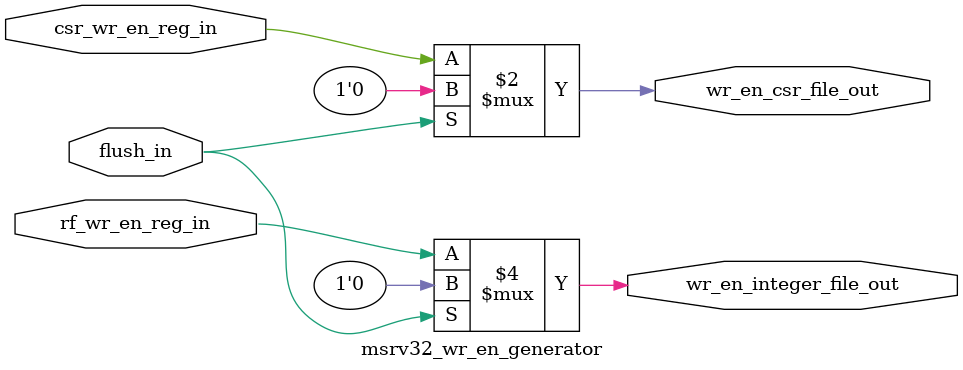
<source format=v>
/********************************************************************************************
Copyright 2023 - Chiplab. 
 
All Rights Reserved.

Filename    :	   msrv32_wr_en_generator.v   

Description :      32-bit RV32 Write Enable Generator

Author Name :      Dr. Princewill

Version     : 	   1.0
*********************************************************************************************/
module msrv32_wr_en_generator(flush_in, rf_wr_en_reg_in, csr_wr_en_reg_in, wr_en_integer_file_out, wr_en_csr_file_out);

input flush_in, rf_wr_en_reg_in, csr_wr_en_reg_in;
output wr_en_integer_file_out, wr_en_csr_file_out;

assign wr_en_csr_file_out = (flush_in == 1'b1)? 1'b0: csr_wr_en_reg_in;
assign wr_en_integer_file_out = (flush_in == 1'b1)? 1'b0: rf_wr_en_reg_in;

endmodule

</source>
